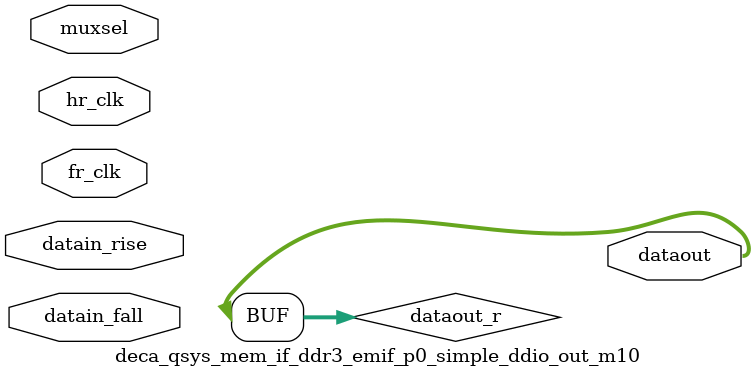
<source format=sv>




`timescale 1 ps / 1 ps

module deca_qsys_mem_if_ddr3_emif_p0_simple_ddio_out_m10(
	hr_clk,
	fr_clk,
	datain_rise,
        datain_fall,
        muxsel,
	dataout
);

// *****************************************************************
// BEGIN PARAMETER SECTION

parameter DATA_WIDTH = ""; 

// END PARAMETER SECTION
// *****************************************************************

input	hr_clk;
input   fr_clk;
input	[DATA_WIDTH-1:0] datain_rise;
input   [DATA_WIDTH-1:0] datain_fall;
input   muxsel;
output	[DATA_WIDTH-1:0] dataout;

generate
genvar i, j;
	(* altera_attribute = {"-name ALLOW_SYNCH_CTRL_USAGE OFF"}*) reg [DATA_WIDTH-1:0] datain_r /* synthesis dont_merge syn_noprune syn_preserve = 1 */;
	(* altera_attribute = {"-name ALLOW_SYNCH_CTRL_USAGE OFF"}*) reg [DATA_WIDTH-1:0] datain_f /* synthesis dont_merge syn_noprune syn_preserve = 1 */;


        always_ff @ (posedge hr_clk )
	begin
		datain_r <= datain_rise;
	end

        always_ff @ (negedge hr_clk)
        begin
                datain_f <= datain_fall;
        end


	reg [DATA_WIDTH-1:0] dataout_r /* synthesis dont_merge syn_noprune syn_preserve = 1 */;
	for (i=0; i<DATA_WIDTH; i=i+1)
	begin: ddio_group

                always_ff @ (posedge fr_clk)
                begin
                        if (muxsel)
                        begin
			        dataout_r[i] <= datain_f;
                        end else begin
                                dataout_r[i] <= datain_r;
                        end
		end
	end
	
	assign dataout = dataout_r;
	
endgenerate
endmodule

</source>
